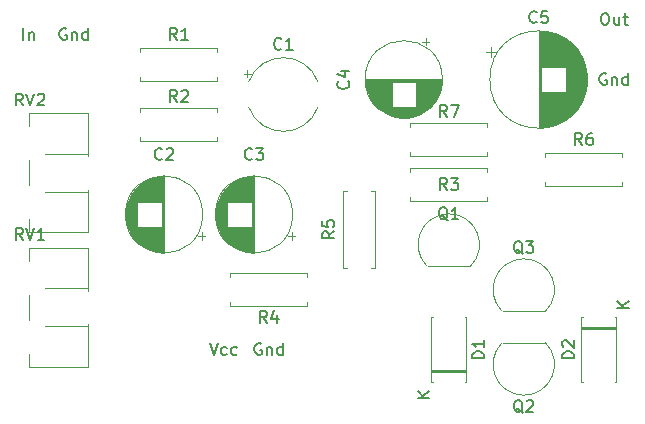
<source format=gbr>
G04 #@! TF.GenerationSoftware,KiCad,Pcbnew,5.1.5+dfsg1-2build2*
G04 #@! TF.CreationDate,2020-05-28T19:54:34-06:00*
G04 #@! TF.ProjectId,JAT 3t amplifier,4a415420-3374-4206-916d-706c69666965,rev?*
G04 #@! TF.SameCoordinates,Original*
G04 #@! TF.FileFunction,Legend,Top*
G04 #@! TF.FilePolarity,Positive*
%FSLAX46Y46*%
G04 Gerber Fmt 4.6, Leading zero omitted, Abs format (unit mm)*
G04 Created by KiCad (PCBNEW 5.1.5+dfsg1-2build2) date 2020-05-28 19:54:34*
%MOMM*%
%LPD*%
G04 APERTURE LIST*
%ADD10C,0.120000*%
%ADD11C,0.150000*%
G04 APERTURE END LIST*
D10*
X660345302Y-974515000D02*
X660345302Y-974710000D01*
X660345302Y-971470000D02*
X660345302Y-971665000D01*
X655304302Y-972016000D02*
X655304302Y-974165000D01*
X656662302Y-974710000D02*
X660345302Y-974710000D01*
X656662302Y-971470000D02*
X660345302Y-971470000D01*
X655304302Y-972016000D02*
X655304302Y-974165000D01*
X655304302Y-968069000D02*
X655304302Y-969164000D01*
X655304302Y-977015000D02*
X655304302Y-978110000D01*
X660345302Y-974515000D02*
X660345302Y-978110000D01*
X660345302Y-968069000D02*
X660345302Y-971665000D01*
X655304302Y-978110000D02*
X660345302Y-978110000D01*
X655304302Y-968069000D02*
X660345302Y-968069000D01*
X672370000Y-981610000D02*
X672370000Y-981940000D01*
X678910000Y-981610000D02*
X672370000Y-981610000D01*
X678910000Y-981940000D02*
X678910000Y-981610000D01*
X672370000Y-984350000D02*
X672370000Y-984020000D01*
X678910000Y-984350000D02*
X672370000Y-984350000D01*
X678910000Y-984020000D02*
X678910000Y-984350000D01*
X669955241Y-978784000D02*
X669955241Y-978154000D01*
X670270241Y-978469000D02*
X669640241Y-978469000D01*
X663529000Y-977032000D02*
X663529000Y-976228000D01*
X663569000Y-977263000D02*
X663569000Y-975997000D01*
X663609000Y-977432000D02*
X663609000Y-975828000D01*
X663649000Y-977570000D02*
X663649000Y-975690000D01*
X663689000Y-977689000D02*
X663689000Y-975571000D01*
X663729000Y-977795000D02*
X663729000Y-975465000D01*
X663769000Y-977892000D02*
X663769000Y-975368000D01*
X663809000Y-977980000D02*
X663809000Y-975280000D01*
X663849000Y-978062000D02*
X663849000Y-975198000D01*
X663889000Y-978139000D02*
X663889000Y-975121000D01*
X663929000Y-978211000D02*
X663929000Y-975049000D01*
X663969000Y-978280000D02*
X663969000Y-974980000D01*
X664009000Y-978344000D02*
X664009000Y-974916000D01*
X664049000Y-978406000D02*
X664049000Y-974854000D01*
X664089000Y-978464000D02*
X664089000Y-974796000D01*
X664129000Y-978520000D02*
X664129000Y-974740000D01*
X664169000Y-978574000D02*
X664169000Y-974686000D01*
X664209000Y-978625000D02*
X664209000Y-974635000D01*
X664249000Y-978674000D02*
X664249000Y-974586000D01*
X664289000Y-978722000D02*
X664289000Y-974538000D01*
X664329000Y-978767000D02*
X664329000Y-974493000D01*
X664369000Y-978812000D02*
X664369000Y-974448000D01*
X664409000Y-978854000D02*
X664409000Y-974406000D01*
X664449000Y-978895000D02*
X664449000Y-974365000D01*
X664489000Y-975590000D02*
X664489000Y-974325000D01*
X664489000Y-978935000D02*
X664489000Y-977670000D01*
X664529000Y-975590000D02*
X664529000Y-974287000D01*
X664529000Y-978973000D02*
X664529000Y-977670000D01*
X664569000Y-975590000D02*
X664569000Y-974250000D01*
X664569000Y-979010000D02*
X664569000Y-977670000D01*
X664609000Y-975590000D02*
X664609000Y-974214000D01*
X664609000Y-979046000D02*
X664609000Y-977670000D01*
X664649000Y-975590000D02*
X664649000Y-974180000D01*
X664649000Y-979080000D02*
X664649000Y-977670000D01*
X664689000Y-975590000D02*
X664689000Y-974146000D01*
X664689000Y-979114000D02*
X664689000Y-977670000D01*
X664729000Y-975590000D02*
X664729000Y-974114000D01*
X664729000Y-979146000D02*
X664729000Y-977670000D01*
X664769000Y-975590000D02*
X664769000Y-974082000D01*
X664769000Y-979178000D02*
X664769000Y-977670000D01*
X664809000Y-975590000D02*
X664809000Y-974052000D01*
X664809000Y-979208000D02*
X664809000Y-977670000D01*
X664849000Y-975590000D02*
X664849000Y-974023000D01*
X664849000Y-979237000D02*
X664849000Y-977670000D01*
X664889000Y-975590000D02*
X664889000Y-973994000D01*
X664889000Y-979266000D02*
X664889000Y-977670000D01*
X664929000Y-975590000D02*
X664929000Y-973966000D01*
X664929000Y-979294000D02*
X664929000Y-977670000D01*
X664969000Y-975590000D02*
X664969000Y-973940000D01*
X664969000Y-979320000D02*
X664969000Y-977670000D01*
X665009000Y-975590000D02*
X665009000Y-973914000D01*
X665009000Y-979346000D02*
X665009000Y-977670000D01*
X665049000Y-975590000D02*
X665049000Y-973888000D01*
X665049000Y-979372000D02*
X665049000Y-977670000D01*
X665089000Y-975590000D02*
X665089000Y-973864000D01*
X665089000Y-979396000D02*
X665089000Y-977670000D01*
X665129000Y-975590000D02*
X665129000Y-973840000D01*
X665129000Y-979420000D02*
X665129000Y-977670000D01*
X665169000Y-975590000D02*
X665169000Y-973818000D01*
X665169000Y-979442000D02*
X665169000Y-977670000D01*
X665209000Y-975590000D02*
X665209000Y-973796000D01*
X665209000Y-979464000D02*
X665209000Y-977670000D01*
X665249000Y-975590000D02*
X665249000Y-973774000D01*
X665249000Y-979486000D02*
X665249000Y-977670000D01*
X665289000Y-975590000D02*
X665289000Y-973754000D01*
X665289000Y-979506000D02*
X665289000Y-977670000D01*
X665329000Y-975590000D02*
X665329000Y-973734000D01*
X665329000Y-979526000D02*
X665329000Y-977670000D01*
X665369000Y-975590000D02*
X665369000Y-973714000D01*
X665369000Y-979546000D02*
X665369000Y-977670000D01*
X665409000Y-975590000D02*
X665409000Y-973696000D01*
X665409000Y-979564000D02*
X665409000Y-977670000D01*
X665449000Y-975590000D02*
X665449000Y-973678000D01*
X665449000Y-979582000D02*
X665449000Y-977670000D01*
X665489000Y-975590000D02*
X665489000Y-973660000D01*
X665489000Y-979600000D02*
X665489000Y-977670000D01*
X665529000Y-975590000D02*
X665529000Y-973644000D01*
X665529000Y-979616000D02*
X665529000Y-977670000D01*
X665569000Y-975590000D02*
X665569000Y-973628000D01*
X665569000Y-979632000D02*
X665569000Y-977670000D01*
X665609000Y-975590000D02*
X665609000Y-973612000D01*
X665609000Y-979648000D02*
X665609000Y-977670000D01*
X665649000Y-975590000D02*
X665649000Y-973597000D01*
X665649000Y-979663000D02*
X665649000Y-977670000D01*
X665689000Y-975590000D02*
X665689000Y-973583000D01*
X665689000Y-979677000D02*
X665689000Y-977670000D01*
X665729000Y-975590000D02*
X665729000Y-973569000D01*
X665729000Y-979691000D02*
X665729000Y-977670000D01*
X665769000Y-975590000D02*
X665769000Y-973556000D01*
X665769000Y-979704000D02*
X665769000Y-977670000D01*
X665809000Y-975590000D02*
X665809000Y-973544000D01*
X665809000Y-979716000D02*
X665809000Y-977670000D01*
X665849000Y-975590000D02*
X665849000Y-973532000D01*
X665849000Y-979728000D02*
X665849000Y-977670000D01*
X665889000Y-975590000D02*
X665889000Y-973520000D01*
X665889000Y-979740000D02*
X665889000Y-977670000D01*
X665929000Y-975590000D02*
X665929000Y-973509000D01*
X665929000Y-979751000D02*
X665929000Y-977670000D01*
X665969000Y-975590000D02*
X665969000Y-973499000D01*
X665969000Y-979761000D02*
X665969000Y-977670000D01*
X666009000Y-975590000D02*
X666009000Y-973489000D01*
X666009000Y-979771000D02*
X666009000Y-977670000D01*
X666049000Y-975590000D02*
X666049000Y-973480000D01*
X666049000Y-979780000D02*
X666049000Y-977670000D01*
X666090000Y-975590000D02*
X666090000Y-973471000D01*
X666090000Y-979789000D02*
X666090000Y-977670000D01*
X666130000Y-975590000D02*
X666130000Y-973463000D01*
X666130000Y-979797000D02*
X666130000Y-977670000D01*
X666170000Y-975590000D02*
X666170000Y-973455000D01*
X666170000Y-979805000D02*
X666170000Y-977670000D01*
X666210000Y-975590000D02*
X666210000Y-973448000D01*
X666210000Y-979812000D02*
X666210000Y-977670000D01*
X666250000Y-975590000D02*
X666250000Y-973441000D01*
X666250000Y-979819000D02*
X666250000Y-977670000D01*
X666290000Y-975590000D02*
X666290000Y-973435000D01*
X666290000Y-979825000D02*
X666290000Y-977670000D01*
X666330000Y-975590000D02*
X666330000Y-973429000D01*
X666330000Y-979831000D02*
X666330000Y-977670000D01*
X666370000Y-975590000D02*
X666370000Y-973424000D01*
X666370000Y-979836000D02*
X666370000Y-977670000D01*
X666410000Y-975590000D02*
X666410000Y-973419000D01*
X666410000Y-979841000D02*
X666410000Y-977670000D01*
X666450000Y-975590000D02*
X666450000Y-973415000D01*
X666450000Y-979845000D02*
X666450000Y-977670000D01*
X666490000Y-975590000D02*
X666490000Y-973412000D01*
X666490000Y-979848000D02*
X666490000Y-977670000D01*
X666530000Y-975590000D02*
X666530000Y-973408000D01*
X666530000Y-979852000D02*
X666530000Y-977670000D01*
X666570000Y-979854000D02*
X666570000Y-973406000D01*
X666610000Y-979857000D02*
X666610000Y-973403000D01*
X666650000Y-979858000D02*
X666650000Y-973402000D01*
X666690000Y-979860000D02*
X666690000Y-973400000D01*
X666730000Y-979860000D02*
X666730000Y-973400000D01*
X666770000Y-979860000D02*
X666770000Y-973400000D01*
X670040000Y-976630000D02*
G75*
G03X670040000Y-976630000I-3270000J0D01*
G01*
X694150000Y-971650000D02*
X694150000Y-971320000D01*
X687610000Y-971650000D02*
X694150000Y-971650000D01*
X687610000Y-971320000D02*
X687610000Y-971650000D01*
X694150000Y-968910000D02*
X694150000Y-969240000D01*
X687610000Y-968910000D02*
X694150000Y-968910000D01*
X687610000Y-969240000D02*
X687610000Y-968910000D01*
X687610000Y-972720000D02*
X687610000Y-973050000D01*
X694150000Y-972720000D02*
X687610000Y-972720000D01*
X694150000Y-973050000D02*
X694150000Y-972720000D01*
X687610000Y-975460000D02*
X687610000Y-975130000D01*
X694150000Y-975460000D02*
X687610000Y-975460000D01*
X694150000Y-975130000D02*
X694150000Y-975460000D01*
X660345302Y-985915000D02*
X660345302Y-986110000D01*
X660345302Y-982870000D02*
X660345302Y-983065000D01*
X655304302Y-983416000D02*
X655304302Y-985565000D01*
X656662302Y-986110000D02*
X660345302Y-986110000D01*
X656662302Y-982870000D02*
X660345302Y-982870000D01*
X655304302Y-983416000D02*
X655304302Y-985565000D01*
X655304302Y-979469000D02*
X655304302Y-980564000D01*
X655304302Y-988415000D02*
X655304302Y-989510000D01*
X660345302Y-985915000D02*
X660345302Y-989510000D01*
X660345302Y-979469000D02*
X660345302Y-983065000D01*
X655304302Y-989510000D02*
X660345302Y-989510000D01*
X655304302Y-979469000D02*
X660345302Y-979469000D01*
X673830251Y-964415000D02*
X673830251Y-965015000D01*
X673530251Y-964715000D02*
X674130251Y-964715000D01*
X679804417Y-967530000D02*
G75*
G02X673935584Y-967530000I-2934417J1060000D01*
G01*
X679804417Y-965410000D02*
G75*
G03X673935584Y-965410000I-2934417J-1060000D01*
G01*
X699040000Y-971450000D02*
X699040000Y-971780000D01*
X705580000Y-971450000D02*
X699040000Y-971450000D01*
X705580000Y-971780000D02*
X705580000Y-971450000D01*
X699040000Y-974190000D02*
X699040000Y-973860000D01*
X705580000Y-974190000D02*
X699040000Y-974190000D01*
X705580000Y-973860000D02*
X705580000Y-974190000D01*
X681890000Y-981170000D02*
X682220000Y-981170000D01*
X681890000Y-974630000D02*
X681890000Y-981170000D01*
X682220000Y-974630000D02*
X681890000Y-974630000D01*
X684630000Y-981170000D02*
X684300000Y-981170000D01*
X684630000Y-974630000D02*
X684630000Y-981170000D01*
X684300000Y-974630000D02*
X684630000Y-974630000D01*
X671290000Y-970380000D02*
X671290000Y-970050000D01*
X664750000Y-970380000D02*
X671290000Y-970380000D01*
X664750000Y-970050000D02*
X664750000Y-970380000D01*
X671290000Y-967640000D02*
X671290000Y-967970000D01*
X664750000Y-967640000D02*
X671290000Y-967640000D01*
X664750000Y-967970000D02*
X664750000Y-967640000D01*
X664750000Y-962560000D02*
X664750000Y-962890000D01*
X671290000Y-962560000D02*
X664750000Y-962560000D01*
X671290000Y-962890000D02*
X671290000Y-962560000D01*
X664750000Y-965300000D02*
X664750000Y-964970000D01*
X671290000Y-965300000D02*
X664750000Y-965300000D01*
X671290000Y-964970000D02*
X671290000Y-965300000D01*
X699068478Y-984818478D02*
G75*
G03X697230000Y-980380000I-1838478J1838478D01*
G01*
X695391522Y-984818478D02*
G75*
G02X697230000Y-980380000I1838478J1838478D01*
G01*
X695430000Y-984830000D02*
X699030000Y-984830000D01*
X695391522Y-987491522D02*
G75*
G03X697230000Y-991930000I1838478J-1838478D01*
G01*
X699068478Y-987491522D02*
G75*
G02X697230000Y-991930000I-1838478J-1838478D01*
G01*
X699030000Y-987480000D02*
X695430000Y-987480000D01*
X692718478Y-981008478D02*
G75*
G03X690880000Y-976570000I-1838478J1838478D01*
G01*
X689041522Y-981008478D02*
G75*
G02X690880000Y-976570000I1838478J1838478D01*
G01*
X689080000Y-981020000D02*
X692680000Y-981020000D01*
X705050000Y-986120000D02*
X702110000Y-986120000D01*
X705050000Y-986360000D02*
X702110000Y-986360000D01*
X705050000Y-986240000D02*
X702110000Y-986240000D01*
X702110000Y-990780000D02*
X702240000Y-990780000D01*
X702110000Y-985340000D02*
X702110000Y-990780000D01*
X702240000Y-985340000D02*
X702110000Y-985340000D01*
X705050000Y-990780000D02*
X704920000Y-990780000D01*
X705050000Y-985340000D02*
X705050000Y-990780000D01*
X704920000Y-985340000D02*
X705050000Y-985340000D01*
X689410000Y-990000000D02*
X692350000Y-990000000D01*
X689410000Y-989760000D02*
X692350000Y-989760000D01*
X689410000Y-989880000D02*
X692350000Y-989880000D01*
X692350000Y-985340000D02*
X692220000Y-985340000D01*
X692350000Y-990780000D02*
X692350000Y-985340000D01*
X692220000Y-990780000D02*
X692350000Y-990780000D01*
X689410000Y-985340000D02*
X689540000Y-985340000D01*
X689410000Y-990780000D02*
X689410000Y-985340000D01*
X689540000Y-990780000D02*
X689410000Y-990780000D01*
X694470302Y-962485000D02*
X694470302Y-963285000D01*
X694070302Y-962885000D02*
X694870302Y-962885000D01*
X702561000Y-964667000D02*
X702561000Y-965733000D01*
X702521000Y-964432000D02*
X702521000Y-965968000D01*
X702481000Y-964252000D02*
X702481000Y-966148000D01*
X702441000Y-964102000D02*
X702441000Y-966298000D01*
X702401000Y-963971000D02*
X702401000Y-966429000D01*
X702361000Y-963854000D02*
X702361000Y-966546000D01*
X702321000Y-963747000D02*
X702321000Y-966653000D01*
X702281000Y-963648000D02*
X702281000Y-966752000D01*
X702241000Y-963555000D02*
X702241000Y-966845000D01*
X702201000Y-963469000D02*
X702201000Y-966931000D01*
X702161000Y-963387000D02*
X702161000Y-967013000D01*
X702121000Y-963310000D02*
X702121000Y-967090000D01*
X702081000Y-963236000D02*
X702081000Y-967164000D01*
X702041000Y-963166000D02*
X702041000Y-967234000D01*
X702001000Y-963098000D02*
X702001000Y-967302000D01*
X701961000Y-963034000D02*
X701961000Y-967366000D01*
X701921000Y-962972000D02*
X701921000Y-967428000D01*
X701881000Y-962913000D02*
X701881000Y-967487000D01*
X701841000Y-962855000D02*
X701841000Y-967545000D01*
X701801000Y-962800000D02*
X701801000Y-967600000D01*
X701761000Y-962746000D02*
X701761000Y-967654000D01*
X701721000Y-962695000D02*
X701721000Y-967705000D01*
X701681000Y-962644000D02*
X701681000Y-967756000D01*
X701641000Y-962596000D02*
X701641000Y-967804000D01*
X701601000Y-962549000D02*
X701601000Y-967851000D01*
X701561000Y-962503000D02*
X701561000Y-967897000D01*
X701521000Y-962459000D02*
X701521000Y-967941000D01*
X701481000Y-962416000D02*
X701481000Y-967984000D01*
X701441000Y-962374000D02*
X701441000Y-968026000D01*
X701401000Y-962333000D02*
X701401000Y-968067000D01*
X701361000Y-962293000D02*
X701361000Y-968107000D01*
X701321000Y-962255000D02*
X701321000Y-968145000D01*
X701281000Y-962217000D02*
X701281000Y-968183000D01*
X701241000Y-962181000D02*
X701241000Y-968219000D01*
X701201000Y-962145000D02*
X701201000Y-968255000D01*
X701161000Y-962110000D02*
X701161000Y-968290000D01*
X701121000Y-962076000D02*
X701121000Y-968324000D01*
X701081000Y-962044000D02*
X701081000Y-968356000D01*
X701041000Y-962011000D02*
X701041000Y-968389000D01*
X701001000Y-961980000D02*
X701001000Y-968420000D01*
X700961000Y-961950000D02*
X700961000Y-968450000D01*
X700921000Y-961920000D02*
X700921000Y-968480000D01*
X700881000Y-961891000D02*
X700881000Y-968509000D01*
X700841000Y-961862000D02*
X700841000Y-968538000D01*
X700801000Y-961835000D02*
X700801000Y-968565000D01*
X700761000Y-966240000D02*
X700761000Y-968592000D01*
X700761000Y-961808000D02*
X700761000Y-964160000D01*
X700721000Y-966240000D02*
X700721000Y-968618000D01*
X700721000Y-961782000D02*
X700721000Y-964160000D01*
X700681000Y-966240000D02*
X700681000Y-968644000D01*
X700681000Y-961756000D02*
X700681000Y-964160000D01*
X700641000Y-966240000D02*
X700641000Y-968669000D01*
X700641000Y-961731000D02*
X700641000Y-964160000D01*
X700601000Y-966240000D02*
X700601000Y-968693000D01*
X700601000Y-961707000D02*
X700601000Y-964160000D01*
X700561000Y-966240000D02*
X700561000Y-968717000D01*
X700561000Y-961683000D02*
X700561000Y-964160000D01*
X700521000Y-966240000D02*
X700521000Y-968740000D01*
X700521000Y-961660000D02*
X700521000Y-964160000D01*
X700481000Y-966240000D02*
X700481000Y-968762000D01*
X700481000Y-961638000D02*
X700481000Y-964160000D01*
X700441000Y-966240000D02*
X700441000Y-968784000D01*
X700441000Y-961616000D02*
X700441000Y-964160000D01*
X700401000Y-966240000D02*
X700401000Y-968806000D01*
X700401000Y-961594000D02*
X700401000Y-964160000D01*
X700361000Y-966240000D02*
X700361000Y-968827000D01*
X700361000Y-961573000D02*
X700361000Y-964160000D01*
X700321000Y-966240000D02*
X700321000Y-968847000D01*
X700321000Y-961553000D02*
X700321000Y-964160000D01*
X700281000Y-966240000D02*
X700281000Y-968866000D01*
X700281000Y-961534000D02*
X700281000Y-964160000D01*
X700241000Y-966240000D02*
X700241000Y-968886000D01*
X700241000Y-961514000D02*
X700241000Y-964160000D01*
X700201000Y-966240000D02*
X700201000Y-968904000D01*
X700201000Y-961496000D02*
X700201000Y-964160000D01*
X700161000Y-966240000D02*
X700161000Y-968922000D01*
X700161000Y-961478000D02*
X700161000Y-964160000D01*
X700121000Y-966240000D02*
X700121000Y-968940000D01*
X700121000Y-961460000D02*
X700121000Y-964160000D01*
X700081000Y-966240000D02*
X700081000Y-968957000D01*
X700081000Y-961443000D02*
X700081000Y-964160000D01*
X700041000Y-966240000D02*
X700041000Y-968974000D01*
X700041000Y-961426000D02*
X700041000Y-964160000D01*
X700001000Y-966240000D02*
X700001000Y-968990000D01*
X700001000Y-961410000D02*
X700001000Y-964160000D01*
X699961000Y-966240000D02*
X699961000Y-969005000D01*
X699961000Y-961395000D02*
X699961000Y-964160000D01*
X699921000Y-966240000D02*
X699921000Y-969021000D01*
X699921000Y-961379000D02*
X699921000Y-964160000D01*
X699881000Y-966240000D02*
X699881000Y-969035000D01*
X699881000Y-961365000D02*
X699881000Y-964160000D01*
X699841000Y-966240000D02*
X699841000Y-969050000D01*
X699841000Y-961350000D02*
X699841000Y-964160000D01*
X699801000Y-966240000D02*
X699801000Y-969063000D01*
X699801000Y-961337000D02*
X699801000Y-964160000D01*
X699761000Y-966240000D02*
X699761000Y-969077000D01*
X699761000Y-961323000D02*
X699761000Y-964160000D01*
X699721000Y-966240000D02*
X699721000Y-969089000D01*
X699721000Y-961311000D02*
X699721000Y-964160000D01*
X699681000Y-966240000D02*
X699681000Y-969102000D01*
X699681000Y-961298000D02*
X699681000Y-964160000D01*
X699641000Y-966240000D02*
X699641000Y-969114000D01*
X699641000Y-961286000D02*
X699641000Y-964160000D01*
X699601000Y-966240000D02*
X699601000Y-969125000D01*
X699601000Y-961275000D02*
X699601000Y-964160000D01*
X699561000Y-966240000D02*
X699561000Y-969136000D01*
X699561000Y-961264000D02*
X699561000Y-964160000D01*
X699521000Y-966240000D02*
X699521000Y-969147000D01*
X699521000Y-961253000D02*
X699521000Y-964160000D01*
X699481000Y-966240000D02*
X699481000Y-969157000D01*
X699481000Y-961243000D02*
X699481000Y-964160000D01*
X699441000Y-966240000D02*
X699441000Y-969167000D01*
X699441000Y-961233000D02*
X699441000Y-964160000D01*
X699401000Y-966240000D02*
X699401000Y-969176000D01*
X699401000Y-961224000D02*
X699401000Y-964160000D01*
X699361000Y-966240000D02*
X699361000Y-969185000D01*
X699361000Y-961215000D02*
X699361000Y-964160000D01*
X699321000Y-966240000D02*
X699321000Y-969194000D01*
X699321000Y-961206000D02*
X699321000Y-964160000D01*
X699281000Y-966240000D02*
X699281000Y-969202000D01*
X699281000Y-961198000D02*
X699281000Y-964160000D01*
X699241000Y-966240000D02*
X699241000Y-969210000D01*
X699241000Y-961190000D02*
X699241000Y-964160000D01*
X699201000Y-966240000D02*
X699201000Y-969217000D01*
X699201000Y-961183000D02*
X699201000Y-964160000D01*
X699160000Y-966240000D02*
X699160000Y-969224000D01*
X699160000Y-961176000D02*
X699160000Y-964160000D01*
X699120000Y-966240000D02*
X699120000Y-969230000D01*
X699120000Y-961170000D02*
X699120000Y-964160000D01*
X699080000Y-966240000D02*
X699080000Y-969237000D01*
X699080000Y-961163000D02*
X699080000Y-964160000D01*
X699040000Y-966240000D02*
X699040000Y-969242000D01*
X699040000Y-961158000D02*
X699040000Y-964160000D01*
X699000000Y-966240000D02*
X699000000Y-969248000D01*
X699000000Y-961152000D02*
X699000000Y-964160000D01*
X698960000Y-966240000D02*
X698960000Y-969252000D01*
X698960000Y-961148000D02*
X698960000Y-964160000D01*
X698920000Y-966240000D02*
X698920000Y-969257000D01*
X698920000Y-961143000D02*
X698920000Y-964160000D01*
X698880000Y-966240000D02*
X698880000Y-969261000D01*
X698880000Y-961139000D02*
X698880000Y-964160000D01*
X698840000Y-966240000D02*
X698840000Y-969265000D01*
X698840000Y-961135000D02*
X698840000Y-964160000D01*
X698800000Y-966240000D02*
X698800000Y-969268000D01*
X698800000Y-961132000D02*
X698800000Y-964160000D01*
X698760000Y-966240000D02*
X698760000Y-969271000D01*
X698760000Y-961129000D02*
X698760000Y-964160000D01*
X698720000Y-966240000D02*
X698720000Y-969274000D01*
X698720000Y-961126000D02*
X698720000Y-964160000D01*
X698680000Y-961124000D02*
X698680000Y-969276000D01*
X698640000Y-961123000D02*
X698640000Y-969277000D01*
X698600000Y-961121000D02*
X698600000Y-969279000D01*
X698560000Y-961120000D02*
X698560000Y-969280000D01*
X698520000Y-961120000D02*
X698520000Y-969280000D01*
X698480000Y-961120000D02*
X698480000Y-969280000D01*
X702600000Y-965200000D02*
G75*
G03X702600000Y-965200000I-4120000J0D01*
G01*
X689224000Y-961994759D02*
X688594000Y-961994759D01*
X688909000Y-961679759D02*
X688909000Y-962309759D01*
X687472000Y-968421000D02*
X686668000Y-968421000D01*
X687703000Y-968381000D02*
X686437000Y-968381000D01*
X687872000Y-968341000D02*
X686268000Y-968341000D01*
X688010000Y-968301000D02*
X686130000Y-968301000D01*
X688129000Y-968261000D02*
X686011000Y-968261000D01*
X688235000Y-968221000D02*
X685905000Y-968221000D01*
X688332000Y-968181000D02*
X685808000Y-968181000D01*
X688420000Y-968141000D02*
X685720000Y-968141000D01*
X688502000Y-968101000D02*
X685638000Y-968101000D01*
X688579000Y-968061000D02*
X685561000Y-968061000D01*
X688651000Y-968021000D02*
X685489000Y-968021000D01*
X688720000Y-967981000D02*
X685420000Y-967981000D01*
X688784000Y-967941000D02*
X685356000Y-967941000D01*
X688846000Y-967901000D02*
X685294000Y-967901000D01*
X688904000Y-967861000D02*
X685236000Y-967861000D01*
X688960000Y-967821000D02*
X685180000Y-967821000D01*
X689014000Y-967781000D02*
X685126000Y-967781000D01*
X689065000Y-967741000D02*
X685075000Y-967741000D01*
X689114000Y-967701000D02*
X685026000Y-967701000D01*
X689162000Y-967661000D02*
X684978000Y-967661000D01*
X689207000Y-967621000D02*
X684933000Y-967621000D01*
X689252000Y-967581000D02*
X684888000Y-967581000D01*
X689294000Y-967541000D02*
X684846000Y-967541000D01*
X689335000Y-967501000D02*
X684805000Y-967501000D01*
X686030000Y-967461000D02*
X684765000Y-967461000D01*
X689375000Y-967461000D02*
X688110000Y-967461000D01*
X686030000Y-967421000D02*
X684727000Y-967421000D01*
X689413000Y-967421000D02*
X688110000Y-967421000D01*
X686030000Y-967381000D02*
X684690000Y-967381000D01*
X689450000Y-967381000D02*
X688110000Y-967381000D01*
X686030000Y-967341000D02*
X684654000Y-967341000D01*
X689486000Y-967341000D02*
X688110000Y-967341000D01*
X686030000Y-967301000D02*
X684620000Y-967301000D01*
X689520000Y-967301000D02*
X688110000Y-967301000D01*
X686030000Y-967261000D02*
X684586000Y-967261000D01*
X689554000Y-967261000D02*
X688110000Y-967261000D01*
X686030000Y-967221000D02*
X684554000Y-967221000D01*
X689586000Y-967221000D02*
X688110000Y-967221000D01*
X686030000Y-967181000D02*
X684522000Y-967181000D01*
X689618000Y-967181000D02*
X688110000Y-967181000D01*
X686030000Y-967141000D02*
X684492000Y-967141000D01*
X689648000Y-967141000D02*
X688110000Y-967141000D01*
X686030000Y-967101000D02*
X684463000Y-967101000D01*
X689677000Y-967101000D02*
X688110000Y-967101000D01*
X686030000Y-967061000D02*
X684434000Y-967061000D01*
X689706000Y-967061000D02*
X688110000Y-967061000D01*
X686030000Y-967021000D02*
X684406000Y-967021000D01*
X689734000Y-967021000D02*
X688110000Y-967021000D01*
X686030000Y-966981000D02*
X684380000Y-966981000D01*
X689760000Y-966981000D02*
X688110000Y-966981000D01*
X686030000Y-966941000D02*
X684354000Y-966941000D01*
X689786000Y-966941000D02*
X688110000Y-966941000D01*
X686030000Y-966901000D02*
X684328000Y-966901000D01*
X689812000Y-966901000D02*
X688110000Y-966901000D01*
X686030000Y-966861000D02*
X684304000Y-966861000D01*
X689836000Y-966861000D02*
X688110000Y-966861000D01*
X686030000Y-966821000D02*
X684280000Y-966821000D01*
X689860000Y-966821000D02*
X688110000Y-966821000D01*
X686030000Y-966781000D02*
X684258000Y-966781000D01*
X689882000Y-966781000D02*
X688110000Y-966781000D01*
X686030000Y-966741000D02*
X684236000Y-966741000D01*
X689904000Y-966741000D02*
X688110000Y-966741000D01*
X686030000Y-966701000D02*
X684214000Y-966701000D01*
X689926000Y-966701000D02*
X688110000Y-966701000D01*
X686030000Y-966661000D02*
X684194000Y-966661000D01*
X689946000Y-966661000D02*
X688110000Y-966661000D01*
X686030000Y-966621000D02*
X684174000Y-966621000D01*
X689966000Y-966621000D02*
X688110000Y-966621000D01*
X686030000Y-966581000D02*
X684154000Y-966581000D01*
X689986000Y-966581000D02*
X688110000Y-966581000D01*
X686030000Y-966541000D02*
X684136000Y-966541000D01*
X690004000Y-966541000D02*
X688110000Y-966541000D01*
X686030000Y-966501000D02*
X684118000Y-966501000D01*
X690022000Y-966501000D02*
X688110000Y-966501000D01*
X686030000Y-966461000D02*
X684100000Y-966461000D01*
X690040000Y-966461000D02*
X688110000Y-966461000D01*
X686030000Y-966421000D02*
X684084000Y-966421000D01*
X690056000Y-966421000D02*
X688110000Y-966421000D01*
X686030000Y-966381000D02*
X684068000Y-966381000D01*
X690072000Y-966381000D02*
X688110000Y-966381000D01*
X686030000Y-966341000D02*
X684052000Y-966341000D01*
X690088000Y-966341000D02*
X688110000Y-966341000D01*
X686030000Y-966301000D02*
X684037000Y-966301000D01*
X690103000Y-966301000D02*
X688110000Y-966301000D01*
X686030000Y-966261000D02*
X684023000Y-966261000D01*
X690117000Y-966261000D02*
X688110000Y-966261000D01*
X686030000Y-966221000D02*
X684009000Y-966221000D01*
X690131000Y-966221000D02*
X688110000Y-966221000D01*
X686030000Y-966181000D02*
X683996000Y-966181000D01*
X690144000Y-966181000D02*
X688110000Y-966181000D01*
X686030000Y-966141000D02*
X683984000Y-966141000D01*
X690156000Y-966141000D02*
X688110000Y-966141000D01*
X686030000Y-966101000D02*
X683972000Y-966101000D01*
X690168000Y-966101000D02*
X688110000Y-966101000D01*
X686030000Y-966061000D02*
X683960000Y-966061000D01*
X690180000Y-966061000D02*
X688110000Y-966061000D01*
X686030000Y-966021000D02*
X683949000Y-966021000D01*
X690191000Y-966021000D02*
X688110000Y-966021000D01*
X686030000Y-965981000D02*
X683939000Y-965981000D01*
X690201000Y-965981000D02*
X688110000Y-965981000D01*
X686030000Y-965941000D02*
X683929000Y-965941000D01*
X690211000Y-965941000D02*
X688110000Y-965941000D01*
X686030000Y-965901000D02*
X683920000Y-965901000D01*
X690220000Y-965901000D02*
X688110000Y-965901000D01*
X686030000Y-965860000D02*
X683911000Y-965860000D01*
X690229000Y-965860000D02*
X688110000Y-965860000D01*
X686030000Y-965820000D02*
X683903000Y-965820000D01*
X690237000Y-965820000D02*
X688110000Y-965820000D01*
X686030000Y-965780000D02*
X683895000Y-965780000D01*
X690245000Y-965780000D02*
X688110000Y-965780000D01*
X686030000Y-965740000D02*
X683888000Y-965740000D01*
X690252000Y-965740000D02*
X688110000Y-965740000D01*
X686030000Y-965700000D02*
X683881000Y-965700000D01*
X690259000Y-965700000D02*
X688110000Y-965700000D01*
X686030000Y-965660000D02*
X683875000Y-965660000D01*
X690265000Y-965660000D02*
X688110000Y-965660000D01*
X686030000Y-965620000D02*
X683869000Y-965620000D01*
X690271000Y-965620000D02*
X688110000Y-965620000D01*
X686030000Y-965580000D02*
X683864000Y-965580000D01*
X690276000Y-965580000D02*
X688110000Y-965580000D01*
X686030000Y-965540000D02*
X683859000Y-965540000D01*
X690281000Y-965540000D02*
X688110000Y-965540000D01*
X686030000Y-965500000D02*
X683855000Y-965500000D01*
X690285000Y-965500000D02*
X688110000Y-965500000D01*
X686030000Y-965460000D02*
X683852000Y-965460000D01*
X690288000Y-965460000D02*
X688110000Y-965460000D01*
X686030000Y-965420000D02*
X683848000Y-965420000D01*
X690292000Y-965420000D02*
X688110000Y-965420000D01*
X690294000Y-965380000D02*
X683846000Y-965380000D01*
X690297000Y-965340000D02*
X683843000Y-965340000D01*
X690298000Y-965300000D02*
X683842000Y-965300000D01*
X690300000Y-965260000D02*
X683840000Y-965260000D01*
X690300000Y-965220000D02*
X683840000Y-965220000D01*
X690300000Y-965180000D02*
X683840000Y-965180000D01*
X690340000Y-965180000D02*
G75*
G03X690340000Y-965180000I-3270000J0D01*
G01*
X677575241Y-978784000D02*
X677575241Y-978154000D01*
X677890241Y-978469000D02*
X677260241Y-978469000D01*
X671149000Y-977032000D02*
X671149000Y-976228000D01*
X671189000Y-977263000D02*
X671189000Y-975997000D01*
X671229000Y-977432000D02*
X671229000Y-975828000D01*
X671269000Y-977570000D02*
X671269000Y-975690000D01*
X671309000Y-977689000D02*
X671309000Y-975571000D01*
X671349000Y-977795000D02*
X671349000Y-975465000D01*
X671389000Y-977892000D02*
X671389000Y-975368000D01*
X671429000Y-977980000D02*
X671429000Y-975280000D01*
X671469000Y-978062000D02*
X671469000Y-975198000D01*
X671509000Y-978139000D02*
X671509000Y-975121000D01*
X671549000Y-978211000D02*
X671549000Y-975049000D01*
X671589000Y-978280000D02*
X671589000Y-974980000D01*
X671629000Y-978344000D02*
X671629000Y-974916000D01*
X671669000Y-978406000D02*
X671669000Y-974854000D01*
X671709000Y-978464000D02*
X671709000Y-974796000D01*
X671749000Y-978520000D02*
X671749000Y-974740000D01*
X671789000Y-978574000D02*
X671789000Y-974686000D01*
X671829000Y-978625000D02*
X671829000Y-974635000D01*
X671869000Y-978674000D02*
X671869000Y-974586000D01*
X671909000Y-978722000D02*
X671909000Y-974538000D01*
X671949000Y-978767000D02*
X671949000Y-974493000D01*
X671989000Y-978812000D02*
X671989000Y-974448000D01*
X672029000Y-978854000D02*
X672029000Y-974406000D01*
X672069000Y-978895000D02*
X672069000Y-974365000D01*
X672109000Y-975590000D02*
X672109000Y-974325000D01*
X672109000Y-978935000D02*
X672109000Y-977670000D01*
X672149000Y-975590000D02*
X672149000Y-974287000D01*
X672149000Y-978973000D02*
X672149000Y-977670000D01*
X672189000Y-975590000D02*
X672189000Y-974250000D01*
X672189000Y-979010000D02*
X672189000Y-977670000D01*
X672229000Y-975590000D02*
X672229000Y-974214000D01*
X672229000Y-979046000D02*
X672229000Y-977670000D01*
X672269000Y-975590000D02*
X672269000Y-974180000D01*
X672269000Y-979080000D02*
X672269000Y-977670000D01*
X672309000Y-975590000D02*
X672309000Y-974146000D01*
X672309000Y-979114000D02*
X672309000Y-977670000D01*
X672349000Y-975590000D02*
X672349000Y-974114000D01*
X672349000Y-979146000D02*
X672349000Y-977670000D01*
X672389000Y-975590000D02*
X672389000Y-974082000D01*
X672389000Y-979178000D02*
X672389000Y-977670000D01*
X672429000Y-975590000D02*
X672429000Y-974052000D01*
X672429000Y-979208000D02*
X672429000Y-977670000D01*
X672469000Y-975590000D02*
X672469000Y-974023000D01*
X672469000Y-979237000D02*
X672469000Y-977670000D01*
X672509000Y-975590000D02*
X672509000Y-973994000D01*
X672509000Y-979266000D02*
X672509000Y-977670000D01*
X672549000Y-975590000D02*
X672549000Y-973966000D01*
X672549000Y-979294000D02*
X672549000Y-977670000D01*
X672589000Y-975590000D02*
X672589000Y-973940000D01*
X672589000Y-979320000D02*
X672589000Y-977670000D01*
X672629000Y-975590000D02*
X672629000Y-973914000D01*
X672629000Y-979346000D02*
X672629000Y-977670000D01*
X672669000Y-975590000D02*
X672669000Y-973888000D01*
X672669000Y-979372000D02*
X672669000Y-977670000D01*
X672709000Y-975590000D02*
X672709000Y-973864000D01*
X672709000Y-979396000D02*
X672709000Y-977670000D01*
X672749000Y-975590000D02*
X672749000Y-973840000D01*
X672749000Y-979420000D02*
X672749000Y-977670000D01*
X672789000Y-975590000D02*
X672789000Y-973818000D01*
X672789000Y-979442000D02*
X672789000Y-977670000D01*
X672829000Y-975590000D02*
X672829000Y-973796000D01*
X672829000Y-979464000D02*
X672829000Y-977670000D01*
X672869000Y-975590000D02*
X672869000Y-973774000D01*
X672869000Y-979486000D02*
X672869000Y-977670000D01*
X672909000Y-975590000D02*
X672909000Y-973754000D01*
X672909000Y-979506000D02*
X672909000Y-977670000D01*
X672949000Y-975590000D02*
X672949000Y-973734000D01*
X672949000Y-979526000D02*
X672949000Y-977670000D01*
X672989000Y-975590000D02*
X672989000Y-973714000D01*
X672989000Y-979546000D02*
X672989000Y-977670000D01*
X673029000Y-975590000D02*
X673029000Y-973696000D01*
X673029000Y-979564000D02*
X673029000Y-977670000D01*
X673069000Y-975590000D02*
X673069000Y-973678000D01*
X673069000Y-979582000D02*
X673069000Y-977670000D01*
X673109000Y-975590000D02*
X673109000Y-973660000D01*
X673109000Y-979600000D02*
X673109000Y-977670000D01*
X673149000Y-975590000D02*
X673149000Y-973644000D01*
X673149000Y-979616000D02*
X673149000Y-977670000D01*
X673189000Y-975590000D02*
X673189000Y-973628000D01*
X673189000Y-979632000D02*
X673189000Y-977670000D01*
X673229000Y-975590000D02*
X673229000Y-973612000D01*
X673229000Y-979648000D02*
X673229000Y-977670000D01*
X673269000Y-975590000D02*
X673269000Y-973597000D01*
X673269000Y-979663000D02*
X673269000Y-977670000D01*
X673309000Y-975590000D02*
X673309000Y-973583000D01*
X673309000Y-979677000D02*
X673309000Y-977670000D01*
X673349000Y-975590000D02*
X673349000Y-973569000D01*
X673349000Y-979691000D02*
X673349000Y-977670000D01*
X673389000Y-975590000D02*
X673389000Y-973556000D01*
X673389000Y-979704000D02*
X673389000Y-977670000D01*
X673429000Y-975590000D02*
X673429000Y-973544000D01*
X673429000Y-979716000D02*
X673429000Y-977670000D01*
X673469000Y-975590000D02*
X673469000Y-973532000D01*
X673469000Y-979728000D02*
X673469000Y-977670000D01*
X673509000Y-975590000D02*
X673509000Y-973520000D01*
X673509000Y-979740000D02*
X673509000Y-977670000D01*
X673549000Y-975590000D02*
X673549000Y-973509000D01*
X673549000Y-979751000D02*
X673549000Y-977670000D01*
X673589000Y-975590000D02*
X673589000Y-973499000D01*
X673589000Y-979761000D02*
X673589000Y-977670000D01*
X673629000Y-975590000D02*
X673629000Y-973489000D01*
X673629000Y-979771000D02*
X673629000Y-977670000D01*
X673669000Y-975590000D02*
X673669000Y-973480000D01*
X673669000Y-979780000D02*
X673669000Y-977670000D01*
X673710000Y-975590000D02*
X673710000Y-973471000D01*
X673710000Y-979789000D02*
X673710000Y-977670000D01*
X673750000Y-975590000D02*
X673750000Y-973463000D01*
X673750000Y-979797000D02*
X673750000Y-977670000D01*
X673790000Y-975590000D02*
X673790000Y-973455000D01*
X673790000Y-979805000D02*
X673790000Y-977670000D01*
X673830000Y-975590000D02*
X673830000Y-973448000D01*
X673830000Y-979812000D02*
X673830000Y-977670000D01*
X673870000Y-975590000D02*
X673870000Y-973441000D01*
X673870000Y-979819000D02*
X673870000Y-977670000D01*
X673910000Y-975590000D02*
X673910000Y-973435000D01*
X673910000Y-979825000D02*
X673910000Y-977670000D01*
X673950000Y-975590000D02*
X673950000Y-973429000D01*
X673950000Y-979831000D02*
X673950000Y-977670000D01*
X673990000Y-975590000D02*
X673990000Y-973424000D01*
X673990000Y-979836000D02*
X673990000Y-977670000D01*
X674030000Y-975590000D02*
X674030000Y-973419000D01*
X674030000Y-979841000D02*
X674030000Y-977670000D01*
X674070000Y-975590000D02*
X674070000Y-973415000D01*
X674070000Y-979845000D02*
X674070000Y-977670000D01*
X674110000Y-975590000D02*
X674110000Y-973412000D01*
X674110000Y-979848000D02*
X674110000Y-977670000D01*
X674150000Y-975590000D02*
X674150000Y-973408000D01*
X674150000Y-979852000D02*
X674150000Y-977670000D01*
X674190000Y-979854000D02*
X674190000Y-973406000D01*
X674230000Y-979857000D02*
X674230000Y-973403000D01*
X674270000Y-979858000D02*
X674270000Y-973402000D01*
X674310000Y-979860000D02*
X674310000Y-973400000D01*
X674350000Y-979860000D02*
X674350000Y-973400000D01*
X674390000Y-979860000D02*
X674390000Y-973400000D01*
X677660000Y-976630000D02*
G75*
G03X677660000Y-976630000I-3270000J0D01*
G01*
D11*
X704207142Y-964700000D02*
X704111904Y-964652380D01*
X703969047Y-964652380D01*
X703826190Y-964700000D01*
X703730952Y-964795238D01*
X703683333Y-964890476D01*
X703635714Y-965080952D01*
X703635714Y-965223809D01*
X703683333Y-965414285D01*
X703730952Y-965509523D01*
X703826190Y-965604761D01*
X703969047Y-965652380D01*
X704064285Y-965652380D01*
X704207142Y-965604761D01*
X704254761Y-965557142D01*
X704254761Y-965223809D01*
X704064285Y-965223809D01*
X704683333Y-964985714D02*
X704683333Y-965652380D01*
X704683333Y-965080952D02*
X704730952Y-965033333D01*
X704826190Y-964985714D01*
X704969047Y-964985714D01*
X705064285Y-965033333D01*
X705111904Y-965128571D01*
X705111904Y-965652380D01*
X706016666Y-965652380D02*
X706016666Y-964652380D01*
X706016666Y-965604761D02*
X705921428Y-965652380D01*
X705730952Y-965652380D01*
X705635714Y-965604761D01*
X705588095Y-965557142D01*
X705540476Y-965461904D01*
X705540476Y-965176190D01*
X705588095Y-965080952D01*
X705635714Y-965033333D01*
X705730952Y-964985714D01*
X705921428Y-964985714D01*
X706016666Y-965033333D01*
X658487142Y-960890000D02*
X658391904Y-960842380D01*
X658249047Y-960842380D01*
X658106190Y-960890000D01*
X658010952Y-960985238D01*
X657963333Y-961080476D01*
X657915714Y-961270952D01*
X657915714Y-961413809D01*
X657963333Y-961604285D01*
X658010952Y-961699523D01*
X658106190Y-961794761D01*
X658249047Y-961842380D01*
X658344285Y-961842380D01*
X658487142Y-961794761D01*
X658534761Y-961747142D01*
X658534761Y-961413809D01*
X658344285Y-961413809D01*
X658963333Y-961175714D02*
X658963333Y-961842380D01*
X658963333Y-961270952D02*
X659010952Y-961223333D01*
X659106190Y-961175714D01*
X659249047Y-961175714D01*
X659344285Y-961223333D01*
X659391904Y-961318571D01*
X659391904Y-961842380D01*
X660296666Y-961842380D02*
X660296666Y-960842380D01*
X660296666Y-961794761D02*
X660201428Y-961842380D01*
X660010952Y-961842380D01*
X659915714Y-961794761D01*
X659868095Y-961747142D01*
X659820476Y-961651904D01*
X659820476Y-961366190D01*
X659868095Y-961270952D01*
X659915714Y-961223333D01*
X660010952Y-961175714D01*
X660201428Y-961175714D01*
X660296666Y-961223333D01*
X674997142Y-987560000D02*
X674901904Y-987512380D01*
X674759047Y-987512380D01*
X674616190Y-987560000D01*
X674520952Y-987655238D01*
X674473333Y-987750476D01*
X674425714Y-987940952D01*
X674425714Y-988083809D01*
X674473333Y-988274285D01*
X674520952Y-988369523D01*
X674616190Y-988464761D01*
X674759047Y-988512380D01*
X674854285Y-988512380D01*
X674997142Y-988464761D01*
X675044761Y-988417142D01*
X675044761Y-988083809D01*
X674854285Y-988083809D01*
X675473333Y-987845714D02*
X675473333Y-988512380D01*
X675473333Y-987940952D02*
X675520952Y-987893333D01*
X675616190Y-987845714D01*
X675759047Y-987845714D01*
X675854285Y-987893333D01*
X675901904Y-987988571D01*
X675901904Y-988512380D01*
X676806666Y-988512380D02*
X676806666Y-987512380D01*
X676806666Y-988464761D02*
X676711428Y-988512380D01*
X676520952Y-988512380D01*
X676425714Y-988464761D01*
X676378095Y-988417142D01*
X676330476Y-988321904D01*
X676330476Y-988036190D01*
X676378095Y-987940952D01*
X676425714Y-987893333D01*
X676520952Y-987845714D01*
X676711428Y-987845714D01*
X676806666Y-987893333D01*
X670639523Y-987512380D02*
X670972857Y-988512380D01*
X671306190Y-987512380D01*
X672068095Y-988464761D02*
X671972857Y-988512380D01*
X671782380Y-988512380D01*
X671687142Y-988464761D01*
X671639523Y-988417142D01*
X671591904Y-988321904D01*
X671591904Y-988036190D01*
X671639523Y-987940952D01*
X671687142Y-987893333D01*
X671782380Y-987845714D01*
X671972857Y-987845714D01*
X672068095Y-987893333D01*
X672925238Y-988464761D02*
X672830000Y-988512380D01*
X672639523Y-988512380D01*
X672544285Y-988464761D01*
X672496666Y-988417142D01*
X672449047Y-988321904D01*
X672449047Y-988036190D01*
X672496666Y-987940952D01*
X672544285Y-987893333D01*
X672639523Y-987845714D01*
X672830000Y-987845714D01*
X672925238Y-987893333D01*
X704016666Y-959572380D02*
X704207142Y-959572380D01*
X704302380Y-959620000D01*
X704397619Y-959715238D01*
X704445238Y-959905714D01*
X704445238Y-960239047D01*
X704397619Y-960429523D01*
X704302380Y-960524761D01*
X704207142Y-960572380D01*
X704016666Y-960572380D01*
X703921428Y-960524761D01*
X703826190Y-960429523D01*
X703778571Y-960239047D01*
X703778571Y-959905714D01*
X703826190Y-959715238D01*
X703921428Y-959620000D01*
X704016666Y-959572380D01*
X705302380Y-959905714D02*
X705302380Y-960572380D01*
X704873809Y-959905714D02*
X704873809Y-960429523D01*
X704921428Y-960524761D01*
X705016666Y-960572380D01*
X705159523Y-960572380D01*
X705254761Y-960524761D01*
X705302380Y-960477142D01*
X705635714Y-959905714D02*
X706016666Y-959905714D01*
X705778571Y-959572380D02*
X705778571Y-960429523D01*
X705826190Y-960524761D01*
X705921428Y-960572380D01*
X706016666Y-960572380D01*
X654867619Y-961842380D02*
X654867619Y-960842380D01*
X655343809Y-961175714D02*
X655343809Y-961842380D01*
X655343809Y-961270952D02*
X655391428Y-961223333D01*
X655486666Y-961175714D01*
X655629523Y-961175714D01*
X655724761Y-961223333D01*
X655772380Y-961318571D01*
X655772380Y-961842380D01*
X654830063Y-967392380D02*
X654496730Y-966916190D01*
X654258635Y-967392380D02*
X654258635Y-966392380D01*
X654639587Y-966392380D01*
X654734825Y-966440000D01*
X654782444Y-966487619D01*
X654830063Y-966582857D01*
X654830063Y-966725714D01*
X654782444Y-966820952D01*
X654734825Y-966868571D01*
X654639587Y-966916190D01*
X654258635Y-966916190D01*
X655115778Y-966392380D02*
X655449111Y-967392380D01*
X655782444Y-966392380D01*
X656068159Y-966487619D02*
X656115778Y-966440000D01*
X656211016Y-966392380D01*
X656449111Y-966392380D01*
X656544349Y-966440000D01*
X656591968Y-966487619D01*
X656639587Y-966582857D01*
X656639587Y-966678095D01*
X656591968Y-966820952D01*
X656020540Y-967392380D01*
X656639587Y-967392380D01*
X675473333Y-985802380D02*
X675140000Y-985326190D01*
X674901904Y-985802380D02*
X674901904Y-984802380D01*
X675282857Y-984802380D01*
X675378095Y-984850000D01*
X675425714Y-984897619D01*
X675473333Y-984992857D01*
X675473333Y-985135714D01*
X675425714Y-985230952D01*
X675378095Y-985278571D01*
X675282857Y-985326190D01*
X674901904Y-985326190D01*
X676330476Y-985135714D02*
X676330476Y-985802380D01*
X676092380Y-984754761D02*
X675854285Y-985469047D01*
X676473333Y-985469047D01*
X666603333Y-971907142D02*
X666555714Y-971954761D01*
X666412857Y-972002380D01*
X666317619Y-972002380D01*
X666174761Y-971954761D01*
X666079523Y-971859523D01*
X666031904Y-971764285D01*
X665984285Y-971573809D01*
X665984285Y-971430952D01*
X666031904Y-971240476D01*
X666079523Y-971145238D01*
X666174761Y-971050000D01*
X666317619Y-971002380D01*
X666412857Y-971002380D01*
X666555714Y-971050000D01*
X666603333Y-971097619D01*
X666984285Y-971097619D02*
X667031904Y-971050000D01*
X667127142Y-971002380D01*
X667365238Y-971002380D01*
X667460476Y-971050000D01*
X667508095Y-971097619D01*
X667555714Y-971192857D01*
X667555714Y-971288095D01*
X667508095Y-971430952D01*
X666936666Y-972002380D01*
X667555714Y-972002380D01*
X690713333Y-968362380D02*
X690380000Y-967886190D01*
X690141904Y-968362380D02*
X690141904Y-967362380D01*
X690522857Y-967362380D01*
X690618095Y-967410000D01*
X690665714Y-967457619D01*
X690713333Y-967552857D01*
X690713333Y-967695714D01*
X690665714Y-967790952D01*
X690618095Y-967838571D01*
X690522857Y-967886190D01*
X690141904Y-967886190D01*
X691046666Y-967362380D02*
X691713333Y-967362380D01*
X691284761Y-968362380D01*
X690713333Y-974542380D02*
X690380000Y-974066190D01*
X690141904Y-974542380D02*
X690141904Y-973542380D01*
X690522857Y-973542380D01*
X690618095Y-973590000D01*
X690665714Y-973637619D01*
X690713333Y-973732857D01*
X690713333Y-973875714D01*
X690665714Y-973970952D01*
X690618095Y-974018571D01*
X690522857Y-974066190D01*
X690141904Y-974066190D01*
X691046666Y-973542380D02*
X691665714Y-973542380D01*
X691332380Y-973923333D01*
X691475238Y-973923333D01*
X691570476Y-973970952D01*
X691618095Y-974018571D01*
X691665714Y-974113809D01*
X691665714Y-974351904D01*
X691618095Y-974447142D01*
X691570476Y-974494761D01*
X691475238Y-974542380D01*
X691189523Y-974542380D01*
X691094285Y-974494761D01*
X691046666Y-974447142D01*
X654830063Y-978792380D02*
X654496730Y-978316190D01*
X654258635Y-978792380D02*
X654258635Y-977792380D01*
X654639587Y-977792380D01*
X654734825Y-977840000D01*
X654782444Y-977887619D01*
X654830063Y-977982857D01*
X654830063Y-978125714D01*
X654782444Y-978220952D01*
X654734825Y-978268571D01*
X654639587Y-978316190D01*
X654258635Y-978316190D01*
X655115778Y-977792380D02*
X655449111Y-978792380D01*
X655782444Y-977792380D01*
X656639587Y-978792380D02*
X656068159Y-978792380D01*
X656353873Y-978792380D02*
X656353873Y-977792380D01*
X656258635Y-977935238D01*
X656163397Y-978030476D01*
X656068159Y-978078095D01*
X676703333Y-962577142D02*
X676655714Y-962624761D01*
X676512857Y-962672380D01*
X676417619Y-962672380D01*
X676274761Y-962624761D01*
X676179523Y-962529523D01*
X676131904Y-962434285D01*
X676084285Y-962243809D01*
X676084285Y-962100952D01*
X676131904Y-961910476D01*
X676179523Y-961815238D01*
X676274761Y-961720000D01*
X676417619Y-961672380D01*
X676512857Y-961672380D01*
X676655714Y-961720000D01*
X676703333Y-961767619D01*
X677655714Y-962672380D02*
X677084285Y-962672380D01*
X677370000Y-962672380D02*
X677370000Y-961672380D01*
X677274761Y-961815238D01*
X677179523Y-961910476D01*
X677084285Y-961958095D01*
X702143333Y-970732380D02*
X701810000Y-970256190D01*
X701571904Y-970732380D02*
X701571904Y-969732380D01*
X701952857Y-969732380D01*
X702048095Y-969780000D01*
X702095714Y-969827619D01*
X702143333Y-969922857D01*
X702143333Y-970065714D01*
X702095714Y-970160952D01*
X702048095Y-970208571D01*
X701952857Y-970256190D01*
X701571904Y-970256190D01*
X703000476Y-969732380D02*
X702810000Y-969732380D01*
X702714761Y-969780000D01*
X702667142Y-969827619D01*
X702571904Y-969970476D01*
X702524285Y-970160952D01*
X702524285Y-970541904D01*
X702571904Y-970637142D01*
X702619523Y-970684761D01*
X702714761Y-970732380D01*
X702905238Y-970732380D01*
X703000476Y-970684761D01*
X703048095Y-970637142D01*
X703095714Y-970541904D01*
X703095714Y-970303809D01*
X703048095Y-970208571D01*
X703000476Y-970160952D01*
X702905238Y-970113333D01*
X702714761Y-970113333D01*
X702619523Y-970160952D01*
X702571904Y-970208571D01*
X702524285Y-970303809D01*
X681172380Y-978066666D02*
X680696190Y-978400000D01*
X681172380Y-978638095D02*
X680172380Y-978638095D01*
X680172380Y-978257142D01*
X680220000Y-978161904D01*
X680267619Y-978114285D01*
X680362857Y-978066666D01*
X680505714Y-978066666D01*
X680600952Y-978114285D01*
X680648571Y-978161904D01*
X680696190Y-978257142D01*
X680696190Y-978638095D01*
X680172380Y-977161904D02*
X680172380Y-977638095D01*
X680648571Y-977685714D01*
X680600952Y-977638095D01*
X680553333Y-977542857D01*
X680553333Y-977304761D01*
X680600952Y-977209523D01*
X680648571Y-977161904D01*
X680743809Y-977114285D01*
X680981904Y-977114285D01*
X681077142Y-977161904D01*
X681124761Y-977209523D01*
X681172380Y-977304761D01*
X681172380Y-977542857D01*
X681124761Y-977638095D01*
X681077142Y-977685714D01*
X667853333Y-967092380D02*
X667520000Y-966616190D01*
X667281904Y-967092380D02*
X667281904Y-966092380D01*
X667662857Y-966092380D01*
X667758095Y-966140000D01*
X667805714Y-966187619D01*
X667853333Y-966282857D01*
X667853333Y-966425714D01*
X667805714Y-966520952D01*
X667758095Y-966568571D01*
X667662857Y-966616190D01*
X667281904Y-966616190D01*
X668234285Y-966187619D02*
X668281904Y-966140000D01*
X668377142Y-966092380D01*
X668615238Y-966092380D01*
X668710476Y-966140000D01*
X668758095Y-966187619D01*
X668805714Y-966282857D01*
X668805714Y-966378095D01*
X668758095Y-966520952D01*
X668186666Y-967092380D01*
X668805714Y-967092380D01*
X667853333Y-961842380D02*
X667520000Y-961366190D01*
X667281904Y-961842380D02*
X667281904Y-960842380D01*
X667662857Y-960842380D01*
X667758095Y-960890000D01*
X667805714Y-960937619D01*
X667853333Y-961032857D01*
X667853333Y-961175714D01*
X667805714Y-961270952D01*
X667758095Y-961318571D01*
X667662857Y-961366190D01*
X667281904Y-961366190D01*
X668805714Y-961842380D02*
X668234285Y-961842380D01*
X668520000Y-961842380D02*
X668520000Y-960842380D01*
X668424761Y-960985238D01*
X668329523Y-961080476D01*
X668234285Y-961128095D01*
X697134761Y-979967619D02*
X697039523Y-979920000D01*
X696944285Y-979824761D01*
X696801428Y-979681904D01*
X696706190Y-979634285D01*
X696610952Y-979634285D01*
X696658571Y-979872380D02*
X696563333Y-979824761D01*
X696468095Y-979729523D01*
X696420476Y-979539047D01*
X696420476Y-979205714D01*
X696468095Y-979015238D01*
X696563333Y-978920000D01*
X696658571Y-978872380D01*
X696849047Y-978872380D01*
X696944285Y-978920000D01*
X697039523Y-979015238D01*
X697087142Y-979205714D01*
X697087142Y-979539047D01*
X697039523Y-979729523D01*
X696944285Y-979824761D01*
X696849047Y-979872380D01*
X696658571Y-979872380D01*
X697420476Y-978872380D02*
X698039523Y-978872380D01*
X697706190Y-979253333D01*
X697849047Y-979253333D01*
X697944285Y-979300952D01*
X697991904Y-979348571D01*
X698039523Y-979443809D01*
X698039523Y-979681904D01*
X697991904Y-979777142D01*
X697944285Y-979824761D01*
X697849047Y-979872380D01*
X697563333Y-979872380D01*
X697468095Y-979824761D01*
X697420476Y-979777142D01*
X697134761Y-993437619D02*
X697039523Y-993390000D01*
X696944285Y-993294761D01*
X696801428Y-993151904D01*
X696706190Y-993104285D01*
X696610952Y-993104285D01*
X696658571Y-993342380D02*
X696563333Y-993294761D01*
X696468095Y-993199523D01*
X696420476Y-993009047D01*
X696420476Y-992675714D01*
X696468095Y-992485238D01*
X696563333Y-992390000D01*
X696658571Y-992342380D01*
X696849047Y-992342380D01*
X696944285Y-992390000D01*
X697039523Y-992485238D01*
X697087142Y-992675714D01*
X697087142Y-993009047D01*
X697039523Y-993199523D01*
X696944285Y-993294761D01*
X696849047Y-993342380D01*
X696658571Y-993342380D01*
X697468095Y-992437619D02*
X697515714Y-992390000D01*
X697610952Y-992342380D01*
X697849047Y-992342380D01*
X697944285Y-992390000D01*
X697991904Y-992437619D01*
X698039523Y-992532857D01*
X698039523Y-992628095D01*
X697991904Y-992770952D01*
X697420476Y-993342380D01*
X698039523Y-993342380D01*
X690784761Y-977117619D02*
X690689523Y-977070000D01*
X690594285Y-976974761D01*
X690451428Y-976831904D01*
X690356190Y-976784285D01*
X690260952Y-976784285D01*
X690308571Y-977022380D02*
X690213333Y-976974761D01*
X690118095Y-976879523D01*
X690070476Y-976689047D01*
X690070476Y-976355714D01*
X690118095Y-976165238D01*
X690213333Y-976070000D01*
X690308571Y-976022380D01*
X690499047Y-976022380D01*
X690594285Y-976070000D01*
X690689523Y-976165238D01*
X690737142Y-976355714D01*
X690737142Y-976689047D01*
X690689523Y-976879523D01*
X690594285Y-976974761D01*
X690499047Y-977022380D01*
X690308571Y-977022380D01*
X691689523Y-977022380D02*
X691118095Y-977022380D01*
X691403809Y-977022380D02*
X691403809Y-976022380D01*
X691308571Y-976165238D01*
X691213333Y-976260476D01*
X691118095Y-976308095D01*
X701492380Y-988798095D02*
X700492380Y-988798095D01*
X700492380Y-988560000D01*
X700540000Y-988417142D01*
X700635238Y-988321904D01*
X700730476Y-988274285D01*
X700920952Y-988226666D01*
X701063809Y-988226666D01*
X701254285Y-988274285D01*
X701349523Y-988321904D01*
X701444761Y-988417142D01*
X701492380Y-988560000D01*
X701492380Y-988798095D01*
X700587619Y-987845714D02*
X700540000Y-987798095D01*
X700492380Y-987702857D01*
X700492380Y-987464761D01*
X700540000Y-987369523D01*
X700587619Y-987321904D01*
X700682857Y-987274285D01*
X700778095Y-987274285D01*
X700920952Y-987321904D01*
X701492380Y-987893333D01*
X701492380Y-987274285D01*
X706132380Y-984511904D02*
X705132380Y-984511904D01*
X706132380Y-983940476D02*
X705560952Y-984369047D01*
X705132380Y-983940476D02*
X705703809Y-984511904D01*
X693872380Y-988798095D02*
X692872380Y-988798095D01*
X692872380Y-988560000D01*
X692920000Y-988417142D01*
X693015238Y-988321904D01*
X693110476Y-988274285D01*
X693300952Y-988226666D01*
X693443809Y-988226666D01*
X693634285Y-988274285D01*
X693729523Y-988321904D01*
X693824761Y-988417142D01*
X693872380Y-988560000D01*
X693872380Y-988798095D01*
X693872380Y-987274285D02*
X693872380Y-987845714D01*
X693872380Y-987560000D02*
X692872380Y-987560000D01*
X693015238Y-987655238D01*
X693110476Y-987750476D01*
X693158095Y-987845714D01*
X689232380Y-992131904D02*
X688232380Y-992131904D01*
X689232380Y-991560476D02*
X688660952Y-991989047D01*
X688232380Y-991560476D02*
X688803809Y-992131904D01*
X698313333Y-960307142D02*
X698265714Y-960354761D01*
X698122857Y-960402380D01*
X698027619Y-960402380D01*
X697884761Y-960354761D01*
X697789523Y-960259523D01*
X697741904Y-960164285D01*
X697694285Y-959973809D01*
X697694285Y-959830952D01*
X697741904Y-959640476D01*
X697789523Y-959545238D01*
X697884761Y-959450000D01*
X698027619Y-959402380D01*
X698122857Y-959402380D01*
X698265714Y-959450000D01*
X698313333Y-959497619D01*
X699218095Y-959402380D02*
X698741904Y-959402380D01*
X698694285Y-959878571D01*
X698741904Y-959830952D01*
X698837142Y-959783333D01*
X699075238Y-959783333D01*
X699170476Y-959830952D01*
X699218095Y-959878571D01*
X699265714Y-959973809D01*
X699265714Y-960211904D01*
X699218095Y-960307142D01*
X699170476Y-960354761D01*
X699075238Y-960402380D01*
X698837142Y-960402380D01*
X698741904Y-960354761D01*
X698694285Y-960307142D01*
X682347142Y-965366666D02*
X682394761Y-965414285D01*
X682442380Y-965557142D01*
X682442380Y-965652380D01*
X682394761Y-965795238D01*
X682299523Y-965890476D01*
X682204285Y-965938095D01*
X682013809Y-965985714D01*
X681870952Y-965985714D01*
X681680476Y-965938095D01*
X681585238Y-965890476D01*
X681490000Y-965795238D01*
X681442380Y-965652380D01*
X681442380Y-965557142D01*
X681490000Y-965414285D01*
X681537619Y-965366666D01*
X681775714Y-964509523D02*
X682442380Y-964509523D01*
X681394761Y-964747619D02*
X682109047Y-964985714D01*
X682109047Y-964366666D01*
X674223333Y-971907142D02*
X674175714Y-971954761D01*
X674032857Y-972002380D01*
X673937619Y-972002380D01*
X673794761Y-971954761D01*
X673699523Y-971859523D01*
X673651904Y-971764285D01*
X673604285Y-971573809D01*
X673604285Y-971430952D01*
X673651904Y-971240476D01*
X673699523Y-971145238D01*
X673794761Y-971050000D01*
X673937619Y-971002380D01*
X674032857Y-971002380D01*
X674175714Y-971050000D01*
X674223333Y-971097619D01*
X674556666Y-971002380D02*
X675175714Y-971002380D01*
X674842380Y-971383333D01*
X674985238Y-971383333D01*
X675080476Y-971430952D01*
X675128095Y-971478571D01*
X675175714Y-971573809D01*
X675175714Y-971811904D01*
X675128095Y-971907142D01*
X675080476Y-971954761D01*
X674985238Y-972002380D01*
X674699523Y-972002380D01*
X674604285Y-971954761D01*
X674556666Y-971907142D01*
M02*

</source>
